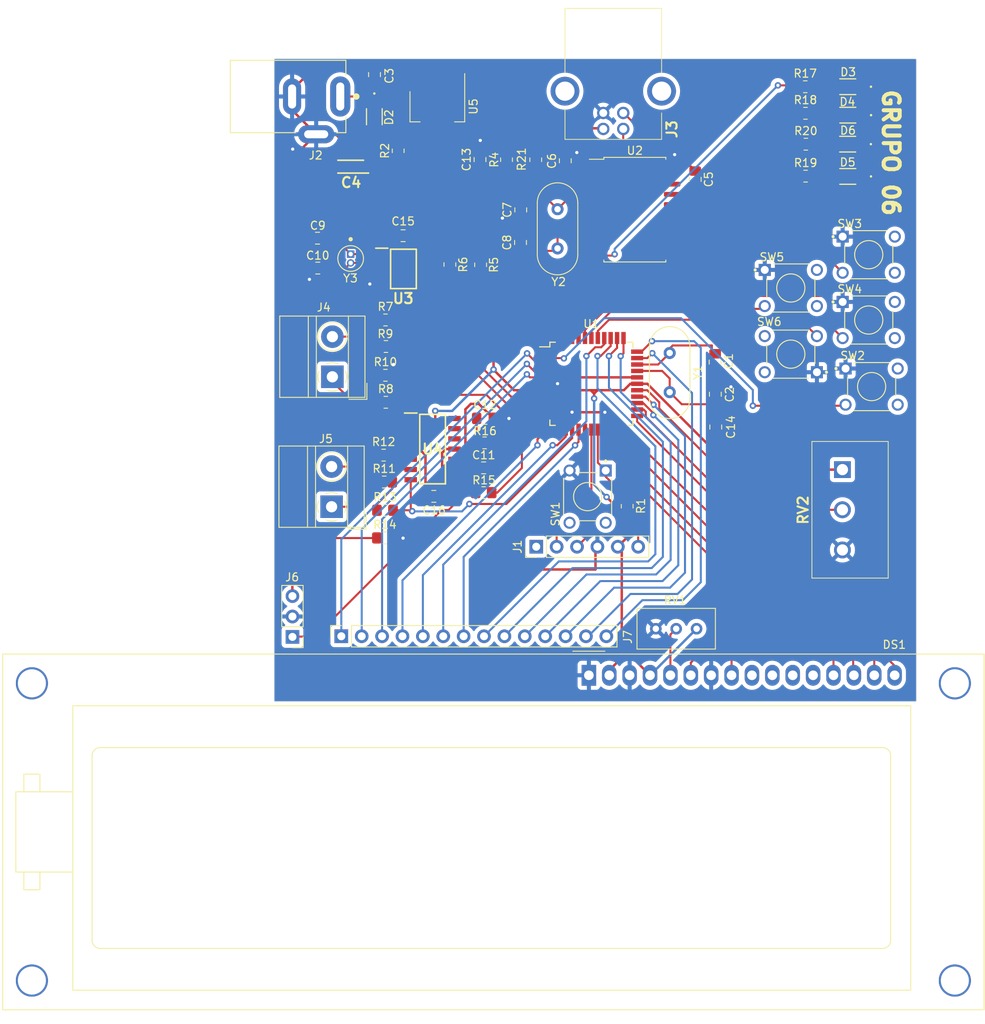
<source format=kicad_pcb>
(kicad_pcb (version 20221018) (generator pcbnew)
  (layers (0 "F.Cu" signal) (31 "B.Cu" signal) (34 "B.Paste" user) (35 "F.Paste" user) (36 "B.SilkS" user "B.Silkscreen") (37 "F.SilkS" user "F.Silkscreen") (38 "B.Mask" user) (39 "F.Mask" user) (44 "Edge.Cuts" user))
  (net 0 "")
  (net 1 "Net-(C1-Pad2)")
  (net 2 "GND")
  (net 3 "Net-(C2-Pad2)")
  (net 4 "Net-(C3-Pad1)")
  (net 5 "+5V")
  (net 6 "Net-(C5-Pad2)")
  (net 7 "Net-(C7-Pad2)")
  (net 8 "Net-(C8-Pad1)")
  (net 9 "Net-(C9-Pad2)")
  (net 10 "Net-(C10-Pad1)")
  (net 11 "Net-(C11-Pad2)")
  (net 12 "/Periféricos/Saída_analog")
  (net 13 "Net-(C12-Pad1)")
  (net 14 "Net-(C13-Pad1)")
  (net 15 "Net-(D2-Pad2)")
  (net 16 "Net-(D3-Pad2)")
  (net 17 "Net-(D4-Pad2)")
  (net 18 "Net-(D5-Pad2)")
  (net 19 "Net-(D6-Pad2)")
  (net 20 "Net-(DS1-Pad5)")
  (net 21 "/RS")
  (net 22 "/EN")
  (net 23 "Net-(DS1-Pad9)")
  (net 24 "Net-(DS1-Pad10)")
  (net 25 "Net-(DS1-Pad11)")
  (net 26 "Net-(DS1-Pad12)")
  (net 27 "/DB4")
  (net 28 "/DB5")
  (net 29 "/DB6")
  (net 30 "/DB7")
  (net 31 "Net-(J1-Pad1)")
  (net 32 "PGC")
  (net 33 "PGD")
  (net 34 "VPP")
  (net 35 "/Comunicação serial /VBUS")
  (net 36 "Net-(J3-Pad2)")
  (net 37 "Net-(J3-Pad3)")
  (net 38 "Net-(J4-Pad2)")
  (net 39 "Net-(J4-Pad1)")
  (net 40 "Net-(J5-Pad1)")
  (net 41 "Net-(J5-Pad2)")
  (net 42 "RB5")
  (net 43 "RC0")
  (net 44 "RC2")
  (net 45 "RD7")
  (net 46 "RD6")
  (net 47 "RD5")
  (net 48 "RE1")
  (net 49 "RE0")
  (net 50 "VUSB")
  (net 51 "ICCK")
  (net 52 "ICDT")
  (net 53 "ICPORTS")
  (net 54 "ICRST")
  (net 55 "/SDA")
  (net 56 "/SCL")
  (net 57 "Net-(R7-Pad2)")
  (net 58 "Net-(R10-Pad1)")
  (net 59 "/DIFERENCIAL1")
  (net 60 "Net-(R11-Pad2)")
  (net 61 "Net-(R12-Pad2)")
  (net 62 "/DIFERENCIAL2")
  (net 63 "/PWM")
  (net 64 "/TX")
  (net 65 "/RX")
  (net 66 "/RC4")
  (net 67 "/RC5")
  (net 68 "Net-(R21-Pad2)")
  (net 69 "/TRIMPOT")
  (net 70 "/CHAVE5")
  (net 71 "/CHAVE4")
  (net 72 "/CHAVE3")
  (net 73 "/CHAVE2")
  (net 74 "/CHAVE1")
  (net 75 "Net-(U2-Pad5)")
  (net 76 "Net-(U2-Pad6)")
  (net 77 "Net-(U2-Pad7)")
  (net 78 "Net-(U2-Pad8)")
  (net 79 "Net-(U2-Pad9)")
  (net 80 "Net-(U2-Pad11)")
  (net 81 "Net-(U2-Pad13)")
  (net 82 "Net-(U2-Pad14)")
  (net 83 "Net-(U2-Pad15)")
  (net 84 "Net-(U2-Pad16)")
  (net 85 "Net-(U3-Pad7)")
  (net 86 "Net-(SW2-Pad2)")
  (net 87 "Net-(SW2-Pad4)")
  (net 88 "Net-(SW3-Pad4)")
  (net 89 "Net-(SW3-Pad2)")
  (net 90 "Net-(SW4-Pad4)")
  (net 91 "Net-(SW4-Pad2)")
  (net 92 "Net-(SW5-Pad4)")
  (net 93 "Net-(SW5-Pad2)")
  (net 94 "Net-(SW6-Pad2)")
  (net 95 "Net-(SW6-Pad4)")
  (net 96 "Net-(SW1-Pad2)")
  (net 97 "Net-(SW1-Pad4)")
  (net 98 "RC1")
  (net 99 "Net-(J3-PadMH2)")
  (net 100 "Net-(J3-PadMH1)")
  (footprint "Capacitor_SMD:C_0805_2012Metric_Pad1.18x1.45mm_HandSolder" (layer "F.Cu") (at 160.98012 85.38718 90)
    (fp_text reference "C1")
    (fp_text value "15pF")
  )
  (footprint "Capacitor_SMD:C_0805_2012Metric_Pad1.18x1.45mm_HandSolder" (layer "F.Cu") (at 161.0106 89.38514 -90)
    (fp_text reference "C2")
    (fp_text value "15pF")
  )
  (footprint "Capacitor_SMD:C_0805_2012Metric_Pad1.18x1.45mm_HandSolder" (layer "F.Cu") (at 118.5418 49.59976 90)
    (fp_text reference "C3")
    (fp_text value "100nF")
  )
  (footprint "SamacSys_Parts:CAPPM3216X180N" (layer "F.Cu") (at 115.57634 61.05906 180)
    (fp_text reference "C4")
    (fp_text value "10uF" hide)
  )
  (footprint "Capacitor_SMD:C_0805_2012Metric_Pad1.18x1.45mm_HandSolder" (layer "F.Cu") (at 158.50108 62.6403 -90)
    (fp_text reference "C5")
    (fp_text value "220nF")
  )
  (footprint "Capacitor_SMD:C_0805_2012Metric_Pad1.18x1.45mm_HandSolder" (layer "F.Cu") (at 142.31366 60.325 -90)
    (fp_text reference "C6")
    (fp_text value "100nF")
  )
  (footprint "Capacitor_SMD:C_0805_2012Metric_Pad1.18x1.45mm_HandSolder" (layer "F.Cu") (at 136.7663 66.44132 90)
    (fp_text reference "C7")
    (fp_text value "22pF")
  )
  (footprint "Capacitor_SMD:C_0805_2012Metric_Pad1.18x1.45mm_HandSolder" (layer "F.Cu") (at 136.73582 70.50024 90)
    (fp_text reference "C8")
    (fp_text value "22pF")
  )
  (footprint "Capacitor_SMD:C_0805_2012Metric_Pad1.18x1.45mm_HandSolder" (layer "F.Cu") (at 111.43996 69.95922)
    (fp_text reference "C9")
    (fp_text value "10pF")
  )
  (footprint "Capacitor_SMD:C_0805_2012Metric_Pad1.18x1.45mm_HandSolder" (layer "F.Cu") (at 111.47552 73.68286 180)
    (fp_text reference "C10")
    (fp_text value "10pF")
  )
  (footprint "Capacitor_SMD:C_0805_2012Metric_Pad1.18x1.45mm_HandSolder" (layer "F.Cu") (at 132.1435 98.552)
    (fp_text reference "C11")
    (fp_text value "C")
  )
  (footprint "Capacitor_SMD:C_0805_2012Metric_Pad1.18x1.45mm_HandSolder" (layer "F.Cu") (at 132.3086 92.3925)
    (fp_text reference "C12")
    (fp_text value "C")
  )
  (footprint "Capacitor_SMD:C_0805_2012Metric_Pad1.18x1.45mm_HandSolder" (layer "F.Cu") (at 131.68884 60.17768 90)
    (fp_text reference "C13")
    (fp_text value "100nF")
  )
  (footprint "LED:LTST-C150GKT" (layer "F.Cu") (at 118.52148 54.84114 -90)
    (fp_text reference "D2")
    (fp_text value "LED" hide)
  )
  (footprint "LED:LTST-C150GKT" (layer "F.Cu") (at 177.51298 51.10734 180)
    (fp_text reference "D3")
    (fp_text value "LED" hide)
  )
  (footprint "LED:LTST-C150GKT" (layer "F.Cu") (at 177.5206 54.6481 180)
    (fp_text reference "D4")
    (fp_text value "LED" hide)
  )
  (footprint "LED:LTST-C150GKT" (layer "F.Cu") (at 177.51298 62.27318 180)
    (fp_text reference "D5")
    (fp_text value "LED" hide)
  )
  (footprint "LED:LTST-C150GKT" (layer "F.Cu") (at 177.50028 58.25744 180)
    (fp_text reference "D6")
    (fp_text value "LED" hide)
  )
  (footprint "Display:HY1602E" (layer "F.Cu") (at 145.25244 124.3711)
    (fp_text reference "DS1")
    (fp_text value "HY1602E")
  )
  (footprint "Connector_PinHeader_2.54mm:PinHeader_1x06_P2.54mm_Vertical" (layer "F.Cu") (at 138.6967 108.3691 90)
    (fp_text reference "J1")
    (fp_text value "ICSP")
  )
  (footprint "PJ-002A:CUI_PJ-002A" (layer "F.Cu") (at 114.2746 52.324 180)
    (fp_text reference "J2")
    (fp_text value "PJ-002A")
  )
  (footprint "Connector_PinHeader_2.54mm:PinHeader_1x03_P2.54mm_Vertical" (layer "F.Cu") (at 108.3183 119.5959 180)
    (fp_text reference "J6")
    (fp_text value "Conn_01x03_Male")
  )
  (footprint "Connector_PinSocket_2.54mm:PinSocket_1x14_P2.54mm_Vertical" (layer "F.Cu") (at 114.40668 119.51462 90)
    (fp_text reference "J7")
    (fp_text value "Conn_01x14_Female")
  )
  (footprint "Resistor_SMD:R_0805_2012Metric_Pad1.20x1.40mm_HandSolder" (layer "F.Cu") (at 150.0251 103.3272 90)
    (fp_text reference "R1")
    (fp_text value "10k")
  )
  (footprint "Resistor_SMD:R_0805_2012Metric_Pad1.20x1.40mm_HandSolder" (layer "F.Cu") (at 121.49074 59.08548 90)
    (fp_text reference "R2")
    (fp_text value "330")
  )
  (footprint "Resistor_SMD:R_0805_2012Metric_Pad1.20x1.40mm_HandSolder" (layer "F.Cu") (at 134.99046 60.19636 -90)
    (fp_text reference "R4")
    (fp_text value "10k")
  )
  (footprint "Resistor_SMD:R_0805_2012Metric_Pad1.20x1.40mm_HandSolder" (layer "F.Cu") (at 131.76504 73.27392 -90)
    (fp_text reference "R5")
    (fp_text value "10k")
  )
  (footprint "Resistor_SMD:R_0805_2012Metric_Pad1.20x1.40mm_HandSolder" (layer "F.Cu") (at 127.93472 73.24014 -90)
    (fp_text reference "R6")
    (fp_text value "10k")
  )
  (footprint "Resistor_SMD:R_0805_2012Metric_Pad1.20x1.40mm_HandSolder" (layer "F.Cu") (at 119.91086 80.14208)
    (fp_text reference "R7")
    (fp_text value "330")
  )
  (footprint "Resistor_SMD:R_0805_2012Metric_Pad1.20x1.40mm_HandSolder" (layer "F.Cu") (at 119.94896 90.38844)
    (fp_text reference "R8")
    (fp_text value "330")
  )
  (footprint "Resistor_SMD:R_0805_2012Metric_Pad1.20x1.40mm_HandSolder" (layer "F.Cu") (at 119.9642 83.44662)
    (fp_text reference "R9")
    (fp_text value "1k")
  )
  (footprint "Resistor_SMD:R_0805_2012Metric_Pad1.20x1.40mm_HandSolder" (layer "F.Cu") (at 119.90324 87.02802)
    (fp_text reference "R10")
    (fp_text value "1k")
  )
  (footprint "Resistor_SMD:R_0805_2012Metric_Pad1.20x1.40mm_HandSolder" (layer "F.Cu") (at 119.75084 100.31222)
    (fp_text reference "R11")
    (fp_text value "330")
  )
  (footprint "Resistor_SMD:R_0805_2012Metric_Pad1.20x1.40mm_HandSolder" (layer "F.Cu") (at 119.68226 96.96704)
    (fp_text reference "R12")
    (fp_text value "330")
  )
  (footprint "Resistor_SMD:R_0805_2012Metric_Pad1.20x1.40mm_HandSolder" (layer "F.Cu") (at 119.84736 103.83012)
    (fp_text reference "R13")
    (fp_text value "1k")
  )
  (footprint "Resistor_SMD:R_0805_2012Metric_Pad1.20x1.40mm_HandSolder" (layer "F.Cu") (at 119.83466 107.27436)
    (fp_text reference "R14")
    (fp_text value "1k")
  )
  (footprint "Resistor_SMD:R_0805_2012Metric_Pad1.20x1.40mm_HandSolder" (layer "F.Cu") (at 132.1435 101.6381 180)
    (fp_text reference "R15")
    (fp_text value "R")
  )
  (footprint "Resistor_SMD:R_0805_2012Metric_Pad1.20x1.40mm_HandSolder" (layer "F.Cu") (at 132.2578 95.4405 180)
    (fp_text reference "R16")
    (fp_text value "R")
  )
  (footprint "Resistor_SMD:R_0805_2012Metric_Pad1.20x1.40mm_HandSolder" (layer "F.Cu") (at 172.21454 51.11242)
    (fp_text reference "R17")
    (fp_text value "330")
  )
  (footprint "Resistor_SMD:R_0805_2012Metric_Pad1.20x1.40mm_HandSolder" (layer "F.Cu") (at 172.23994 54.41442)
    (fp_text reference "R18")
    (fp_text value "330")
  )
  (footprint "Resistor_SMD:R_0805_2012Metric_Pad1.20x1.40mm_HandSolder" (layer "F.Cu") (at 172.26026 62.24016)
    (fp_text reference "R19")
    (fp_text value "330")
  )
  (footprint "Resistor_SMD:R_0805_2012Metric_Pad1.20x1.40mm_HandSolder" (layer "F.Cu") (at 172.2882 58.26252)
    (fp_text reference "R20")
    (fp_text value "330")
  )
  (footprint "Resistor_SMD:R_0805_2012Metric_Pad1.20x1.40mm_HandSolder" (layer "F.Cu") (at 138.6332 60.198 -90)
    (fp_text reference "R21")
    (fp_text value "470")
  )
  (footprint "Potentiometer_THT:Potentiometer_Bourns_3296W_Vertical" (layer "F.Cu") (at 153.5938 118.5799 180)
    (fp_text reference "RV1")
    (fp_text value "10k")
  )
  (footprint "SamacSys_Parts:P160KN0QC15B100K" (layer "F.Cu") (at 176.8472 98.77044 -90)
    (fp_text reference "RV2")
    (fp_text value "R_POT" hide)
  )
  (footprint "Chave Táctil:SW_1825910-6-4" (layer "F.Cu") (at 145.0975 102.1334 -90)
    (fp_text reference "SW1")
    (fp_text value "1825910-6")
  )
  (footprint "Chave Táctil:SW_1825910-6-4" (layer "F.Cu") (at 180.48478 88.43772)
    (fp_text reference "SW2")
    (fp_text value "1825910-6")
  )
  (footprint "Chave Táctil:SW_1825910-6-4" (layer "F.Cu") (at 180.1241 72.01662)
    (fp_text reference "SW3")
    (fp_text value "1825910-6")
  )
  (footprint "Chave Táctil:SW_1825910-6-4" (layer "F.Cu") (at 180.1241 80.14716)
    (fp_text reference "SW4")
    (fp_text value "1825910-6")
  )
  (footprint "Chave Táctil:SW_1825910-6-4" (layer "F.Cu") (at 170.41622 76.1619)
    (fp_text reference "SW5")
    (fp_text value "1825910-6")
  )
  (footprint "Chave Táctil:SW_1825910-6-4" (layer "F.Cu") (at 170.41622 84.39658 180)
    (fp_text reference "SW6")
    (fp_text value "1825910-6")
  )
  (footprint "Package_QFP:TQFP-44_10x10mm_P0.8mm" (layer "F.Cu") (at 145.5674 88.0872)
    (fp_text reference "U1")
    (fp_text value "PIC18F4550-IPT")
  )
  (footprint "Package_SO:SOIC-20W_7.5x12.8mm_P1.27mm" (layer "F.Cu") (at 150.98014 66.41084)
    (fp_text reference "U2")
    (fp_text value "MCP2200-I-SO")
  )
  (footprint "SamacSys_Parts:SOIC127P600X175-14N" (layer "F.Cu") (at 125.7808 96.2152)
    (fp_text reference "U4")
    (fp_text value "LM324" hide)
  )
  (footprint "Package_TO_SOT_SMD:SOT-223-3_TabPin2" (layer "F.Cu") (at 126.37262 53.57368 -90)
    (fp_text reference "U5")
    (fp_text value "LD1117S50TR_SOT223")
  )
  (footprint "Crystal:Crystal_HC49-4H_Vertical" (layer "F.Cu") (at 155.321 84.2518 -90)
    (fp_text reference "Y1")
    (fp_text value "20MHz")
  )
  (footprint "Crystal:Crystal_HC49-4H_Vertical" (layer "F.Cu") (at 141.34846 66.35496 -90)
    (fp_text reference "Y2")
    (fp_text value "12MHz")
  )
  (footprint "SamacSys_Parts:XTAL_AB38T-32.768KHZ" (layer "F.Cu") (at 115.57 72.4916 -90)
    (fp_text reference "Y3")
    (fp_text value "32.768kHz")
  )
  (footprint "SamacSys_Parts:SOIC127P600X175-8N" (layer "F.Cu") (at 122.1486 73.787)
    (fp_text reference "U3")
    (fp_text value "MCP7940N-xSN" hide)
  )
  (footprint "SamacSys_Parts:8974300490000000" (layer "F.Cu") (at 147.0533 56.3626 180)
    (fp_text reference "J3")
    (fp_text value "USB" hide)
  )
  (footprint "Capacitor_SMD:C_0805_2012Metric_Pad1.18x1.45mm_HandSolder" (layer "F.Cu") (at 161.06394 93.46692 90)
    (fp_text reference "C14")
    (fp_text value "100nF")
  )
  (footprint "Capacitor_SMD:C_0805_2012Metric_Pad1.18x1.45mm_HandSolder" (layer "F.Cu") (at 122.10542 69.65442 180)
    (fp_text reference "C15")
    (fp_text value "100nF")
  )
  (footprint "Capacitor_SMD:C_0805_2012Metric_Pad1.18x1.45mm_HandSolder" (layer "F.Cu") (at 125.9332 102.10038)
    (fp_text reference "C16")
    (fp_text value "100nF")
  )
  (footprint "TerminalBlock_MetzConnect:TerminalBlock_MetzConnect_Type011_RT05502HBWC_1x02_P5.00mm_Horizontal" (layer "F.Cu") (at 113.29162 87.21852 90)
    (fp_text reference "J4")
    (fp_text value "Screw_Terminal_01x02")
  )
  (footprint "TerminalBlock_MetzConnect:TerminalBlock_MetzConnect_Type011_RT05502HBWC_1x02_P5.00mm_Horizontal" (layer "F.Cu") (at 113.1951 103.39324 90)
    (fp_text reference "J5")
    (fp_text value "Screw_Terminal_01x02")
  )
  (gr_line (start 186.055 47.625) (end 106.045 47.625) (stroke (width 0.05)) (layer "Edge.Cuts"))
  (gr_line (start 106.045 47.625) (end 106.045 127.635) (stroke (width 0.05)) (layer "Edge.Cuts"))
  (gr_line (start 186.055 127.635) (end 186.055 47.625) (stroke (width 0.05)) (layer "Edge.Cuts"))
  (gr_line (start 106.045 127.635) (end 186.055 127.635) (stroke (width 0.05)) (layer "Edge.Cuts"))
  (gr_text "GRUPO 06" (at 182.88 59.3217 -90) (layer "F.SilkS") (effects (font (size 2 2) (thickness 0.5))))
  (segment (start 153.8856 85.6872) (end 155.321 84.2518) (width 0.25) (layer "F.Cu") (net 1))
  (segment (start 155.321 84.2518) (end 155.321 83.693) (width 0.25) (layer "F.Cu") (net 1))
  (segment (start 160.5788 83.3159) (end 160.5788 83.94836) (width 0.25) (layer "F.Cu") (net 1))
  (segment (start 155.321 83.693) (end 155.6981 83.3159) (width 0.25) (layer "F.Cu") (net 1))
  (segment (start 151.2674 85.6872) (end 153.8856 85.6872) (width 0.25) (layer "F.Cu") (net 1))
  (segment (start 160.5788 83.94836) (end 160.98012 84.34968) (width 0.25) (layer "F.Cu") (net 1))
  (segment (start 155.6981 83.3159) (end 160.5788 83.3159) (width 0.25) (layer "F.Cu") (net 1))
  (segment (start 136.4488 105.3973) (end 136.4488 105.2821) (width 0.3) (layer "F.Cu") (net 2))
  (segment (start 143.1671 91.6305) (end 143.1544 91.6178) (width 0.3) (layer "F.Cu") (net 2))
  (segment (start 121.06792 73.51386) (end 121.06792 69.65442) (width 0.3) (layer "F.Cu") (net 2))
  (segment (start 136.73582 67.5093) (end 136.7663 67.47882) (width 0.3) (layer "F.Cu") (net 2))
  (segment (start 161.0106 88.34764) (end 161.0106 86.45516) (width 0.3) (layer "F.Cu") (net 2))
  (segment (start 155.63014 60.69584) (end 155.63014 59.86986) (width 0.3) (layer "F.Cu") (net 2))
  (segment (start 176.8741 66.6738) (end 179.03418 64.51372) (width 0.3) (layer "F.Cu") (net 2))
  (segment (start 136.4361 105.41) (end 136.4488 105.3973) (width 0.3) (layer "F.Cu") (net 2))
  (segment (start 179.02148 54.66842) (end 179.0418 54.6481) (width 0.3) (layer "F.Cu") (net 2))
  (segment (start 179.03418 58.27014) (end 179.02148 58.25744) (width 0.3) (layer "F.Cu") (net 2))
  (segment (start 145.25244 124.3711) (end 145.25244 124.30506) (width 0.3) (layer "F.Cu") (net 2))
  (segment (start 120.90324 87.02802) (end 120.90324 85.68676) (width 0.3) (layer "F.Cu") (net 2))
  (segment (start 120.90324 86.9028) (end 120.800435 86.9028) (width 0.3) (layer "F.Cu") (net 2))
  (segment (start 147.2438 91.6305) (end 143.1671 91.6305) (width 0.3) (layer "F.Cu") (net 2))
  (segment (start 139.8674 88.0872) (end 141.3328 88.0872) (width 0.3) (layer "F.Cu") (net 2))
  (segment (start 146.0754 108.6104) (end 146.3167 108.3691) (width 0.3) (layer "F.Cu") (net 2))
  (segment (start 146.0754 111.2029) (end 146.0754 108.6104) (width 0.3) (layer "F.Cu") (net 2))
  (segment (start 176.8741 69.76662) (end 176.90128 69.76662) (width 0.3) (layer "F.Cu") (net 2))
  (segment (start 179.03418 62.27318) (end 179.03418 58.27014) (width 0.3) (layer "F.Cu") (net 2))
  (segment (start 142.1328 87.2872) (end 141.35 88.07) (width 0.3) (layer "F.Cu") (net 2))
  (segment (start 120.83466 107.27436) (end 122.07436 107.27436) (width 0.3) (layer "F.Cu") (net 2))
  (segment (start 110.40246 69.95922) (end 110.40246 73.6473) (width 0.3) (layer "F.Cu") (net 2))
  (segment (start 127.4308 96.2152) (end 128.5058 96.2152) (width 0.3) (layer "F.Cu") (net 2))
  (segment (start 136.4488 105.2821) (end 142.8475 98.8834) (width 0.3) (layer "F.Cu") (net 2))
  (segment (start 126.9707 102.10038) (end 126.9707 96.6753) (width 0.3) (layer "F.Cu") (net 2))
  (segment (start 146.0754 111.2029) (end 137.7205 111.2029) (width 0.3) (layer "F.Cu") (net 2))
  (segment (start 161.0106 86.45516) (end 160.98012 86.42468) (width 0.3) (layer "F.Cu") (net 2))
  (segment (start 177.23478 86.18772) (end 177.23478 86.15306) (width 0.3) (layer "F.Cu") (net 2))
  (segment (start 119.4486 75.692) (end 119.4486 74.422) (width 0.3) (layer "F.Cu") (net 2))
  (segment (start 129.8702 91.2622) (end 130.5433 90.5891) (width 0.3) (layer "F.Cu") (net 2))
  (segment (start 128.5058 96.2152) (end 129.5808 96.2152) (width 0.3) (layer "F.Cu") (net 2))
  (segment (start 114.22634 57.5437) (end 114.29772 57.5437) (width 0.3) (layer "F.Cu") (net 2))
  (segment (start 119.4266 75.67) (end 119.4486 75.692) (width 0.3) (layer "F.Cu") (net 2))
  (segment (start 119.4486 74.422) (end 120.15978 74.422) (width 0.3) (layer "F.Cu") (net 2))
  (segment (start 179.03418 51.10734) (end 179.03418 54.64048) (width 0.3) (layer "F.Cu") (net 2))
  (segment (start 176.77592 86.64658) (end 177.23478 86.18772) (width 0.3) (layer "F.Cu") (net 2))
  (segment (start 145.25244 124.3711) (end 145.34388 124.3711) (width 0.3) (layer "F.Cu") (net 2))
  (segment (start 135.2804 92.3925) (end 135.2931 92.4052) (width 0.3) (layer "F.Cu") (net 2))
  (segment (start 126.8112 48.56226) (end 128.67262 50.42368) (width 0.3) (layer "F.Cu") (net 2))
  (segment (start 151.2674 87.2872) (end 142.1328 87.2872) (width 0.3) (layer "F.Cu") (net 2))
  (segment (start 126.9707 96.6753) (end 127.4308 96.2152) (width 0.3) (layer "F.Cu") (net 2))
  (segment (start 108.2746 51.5041) (end 111.21644 48.56226) (width 0.3) (layer "F.Cu") (net 2))
  (segment (start 155.63014 59.86986) (end 155.94 59.56) (width 0.3) (layer "F.Cu") (net 2))
  (segment (start 162.83314 88.34764) (end 162.9537 88.4682) (width 0.3) (layer "F.Cu") (net 2))
  (segment (start 161.0106 88.34764) (end 162.83314 88.34764) (width 0.3) (layer "F.Cu") (net 2))
  (segment (start 110.43802 73.68286) (end 110.43802 75.08198) (width 0.3) (layer "F.Cu") (net 2))
  (segment (start 129.8702 95.9258) (end 129.8702 91.2622) (width 0.3) (layer "F.Cu") (net 2))
  (segment (start 136.74988 67.4624) (end 136.7663 67.47882) (width 0.3) (layer "F.Cu") (net 2))
  (segment (start 108.2746 54.024) (end 111.2746 57.024) (width 0.3) (layer "F.Cu") (net 2))
  (segment (start 122.07436 107.27436) (end 122.1 107.3) (width 0.3) (layer "F.Cu") (net 2))
  (segment (start 131.5427 90.5891) (end 133.3461 92.3925) (width 0.3) (layer "F.Cu") (net 2))
  (segment (start 129.5808 96.2152) (end 129.8702 95.9258) (width 0.3) (layer "F.Cu") (net 2))
  (segment (start 114.29772 57.5437) (end 118.52148 53.31994) (width 0.3) (layer "F.Cu") (net 2))
  (segment (start 110.40246 73.6473) (end 110.43802 73.68286) (width 0.3) (layer "F.Cu") (net 2))
  (segment (start 179.02148 58.25744) (end 179.02148 54.66842) (width 0.3) (layer "F.Cu") (net 2))
  (segment (start 162.9537 91.25458) (end 162.9537 88.4682) (width 0.3) (layer "F.Cu") (net 2))
  (segment (start 131.68884 57.82116) (end 131.72 57.79) (width 0.3) (layer "F.Cu") (net 2))
  (segment (start 110.43802 75.08198) (end 110.43 75.09) (width 0.3) (layer "F.Cu") (net 2))
  (segment (start 145.25244 124.3711) (end 145.25244 123.4567) (width 0.3) (layer "F.Cu") (net 2))
  (segment (start 120.15978 74.422) (end 121.06792 73.51386) (width 0.3) (layer "F.Cu") (net 2))
  (segment (start 176.8741 69.76662) (end 176.8741 66.6738) (width 0.3) (layer "F.Cu") (net 2))
  (segment (start 130.5433 90.5891) (end 131.5427 90.5891) (width 0.3) (layer "F.Cu") (net 2))
  (segment (start 158.50108 61.6028) (end 157.59412 60.69584) (width 0.3) (layer "F.Cu") (net 2))
  (segment (start 109.42394 58.87466) (end 111.2746 57.024) (width 0.3) (layer "F.Cu") (net 2))
  (segment (start 114.22634 61.05906) (end 114.22634 57.68366) (width 0.3) (layer "F.Cu") (net 2))
  (segment (start 161.77886 92.42942) (end 162.9537 91.25458) (width 0.3) (layer "F.Cu") (net 2))
  (segment (start 137.7205 111.2029) (end 136.4488 109.9312) (width 0.3) (layer "F.Cu") (net 2))
  (segment (start 179.03418 64.51372) (end 179.03418 62.27318) (width 0.3) (layer "F.Cu") (net 2))
  (segment (start 131.68884 59.14018) (end 131.68884 57.82116) (width 0.3) (layer "F.Cu") (net 2))
  (segment (start 160.69564 87.9944) (end 160.77184 87.9182) (width 0.3) (layer "F.Cu") (net 2))
  (segment (start 173.1158 87.26304) (end 173.1158 87.2469) (width 0.25) (layer "F.Cu") (net 2))
  (segment (start 117.96 75.67) (end 119.4266 75.67) (width 0.3) (layer "F.Cu") (net 2))
  (segment (start 114.22634 57.5437) (end 114.22634 57.68366) (width 0.3) (layer "F.Cu") (net 2))
  (segment (start 157.59412 60.69584) (end 155.63014 60.69584) (width 0.3) (layer "F.Cu") (net 2))
  (segment (start 141.3328 88.0872) (end 141.35 88.07) (width 0.3) (layer "F.Cu") (net 2))
  (segment (start 118.5418 48.56226) (end 126.8112 48.56226) (width 0.3) (layer "F.Cu") (net 2))
  (segment (start 108.34878 58.87466) (end 109.42394 58.87466) (width 0.3) (layer "F.Cu") (net 2))
  (segment (start 153.543 118.5291) (end 153.5938 118.5799) (width 0.3) (layer "F.Cu") (net 2))
  (segment (start 134.4803 67.4624) (end 136.74988 67.4624) (width 0.3) (layer "F.Cu") (net 2))
  (segment (start 120.90324 85.68676) (end 120.91 85.68) (width 0.3) (layer "F.Cu") (net 2))
  (segment (start 111.2746 57.024) (end 113.70664 57.024) (width 0.3) (layer "F.Cu") (net 2))
  (segment (start 108.2746 52.324) (end 108.2746 51.5041) (width 0.3) (layer "F.Cu") (net 2))
  (segment (start 142.31366 59.2875) (end 143.7375 59.2875) (width 0.3) (layer "F.Cu") (net 2))
  (segment (start 120.90324 87.02802) (end 120.90324 86.9028) (width 0.3) (layer "F.Cu") (net 2))
  (segment (start 111.21644 48.56226) (end 118.5418 48.56226) (width 0.3) (layer "F.Cu") (net 2))
  (segment (start 143.7375 59.2875) (end 143.75 59.3) (width 0.3) (layer "F.Cu") (net 2))
  (segment (start 133.3461 92.3925) (end 135.2804 92.3925) (width 0.3) (layer "F.Cu") (net 2))
  (segment (start 161.06394 92.42942) (end 161.77886 92.42942) (width 0.3) (layer "F.Cu") (net 2))
  (segment (start 136.73582 69.46274) (end 136.73582 67.5093) (width 0.3) (layer "F.Cu") (net 2))
  (segment (start 108.2746 52.324) (end 108.2746 54.024) (width 0.3) (layer "F.Cu") (net 2))
  (segment (start 136.4488 109.9312) (end 136.4488 105.3973) (width 0.3) (layer "F.Cu") (net 2))
  (segment (start 113.70664 57.024) (end 114.22634 57.5437) (width 0.3) (layer "F.Cu") (net 2))
  (segment (start 179.03418 54.64048) (end 179.0418 54.6481) (width 0.3) (layer "F.Cu") (net 2))
  (via (at 162.9537 88.4682) (size 0.8) (drill 0.4) (layers "F.Cu" "B.Cu") (net 2))
  (via (at 147.2438 91.6305) (size 0.8) (drill 0.4) (layers "F.Cu" "B.Cu") (net 2))
  (via (at 141.35 88.07) (size 0.8) (drill 0.4) (layers "F.Cu" "B.Cu") (net 2))
  (via (at 143.1544 91.6178) (size 0.8) (drill 0.4) (layers "F.Cu" "B.Cu") (net 2))
  (via (at 110.43 75.09) (size 0.8) (drill 0.4) (layers "F.Cu" "B.Cu") (net 2))
  (via (at 120.91 85.68) (size 0.8) (drill 0.4) (layers "F.Cu" "B.Cu") (net 2))
  (via (at 143.75 59.3) (size 0.8) (drill 0.4) (layers "F.Cu" "B.Cu") (net 2))
  (via (at 155.94 59.56) (size 0.8) (drill 0.4) (layers "F.Cu" "B.Cu") (net 2))
  (via (at 122.1 107.3) (size 0.8) (drill 0.4) (layers "F.Cu" "B.Cu") (net 2))
  (via (at 131.72 57.79) (size 0.8) (drill 0.4) (layers "F.Cu" "B.Cu") (net 2))
  (via (at 108.34878 58.87466) (size 0.8) (drill 0.4) (layers "F.Cu" "B.Cu") (net 2))
  (via (at 135.2931 92.4052) (size 0.8) (drill 0.4) (layers "F.Cu" "B.Cu") (net 2))
  (via (at 134.4803 67.4624) (size 0.8) (drill 0.4) (layers "F.Cu" "B.Cu") (net 2))
  (via (at 117.96 75.67) (size 0.8) (drill 0.4) (layers "F.Cu" "B.Cu") (net 2))
  (segment (start 155.65595 89.46675) (end 156.82148 90.63228) (width 0.25) (layer "F.Cu") (net 3))
  (segment (start 154.3814 86.4872) (end 155.321 87.4268) (width 0.25) (layer "F.Cu") (net 3))
  (segment (start 160.80096 90.63228) (end 161.0106 90.42264) (width 0.25) (layer "F.Cu") (net 3))
  (segment (start 155.321 87.4268) (end 155.321 89.1318) (width 0.25) (layer "F.Cu") (net 3))
  (segment (start 156.82148 90.63228) (end 160.80096 90.63228) (width 0.25) (layer "F.Cu") (net 3))
  (segment (start 151.2674 86.4872) (end 154.3814 86.4872) (width 0.25) (layer "F.Cu") (net 3))
  (segment (start 155.321 89.1318) (end 155.65595 89.46675) (width 0.25) (layer "F.Cu") (net 3))
  (segment (start 118.5418 50.63726) (end 123.85904 50.63726) (width 0.25) (layer "F.Cu") (net 4))
  (segment (start 118.5418 50.63726) (end 119.19694 50.63726) (width 0.3) (layer "F.Cu") (net 4))
  (segment (start 118.52148 50.65758) (end 118.5418 50.63726) (width 0.3) (layer "F.Cu") (net 4))
  (segment (start 114.2746 52.324) (end 116.85506 52.324) (width 0.25) (layer "F.Cu") (net 4))
  (segment (start 123.85904 50.63726) (end 124.07262 50.42368) (width 0.25) (layer "F.Cu") (net 4))
  (segment (start 114.2746 52.324) (end 114.2746 51.3969) (width 0.25) (layer "F.Cu") (net 4))
  (segment (start 114.2746 52.324) (end 114.2746 50.85588) (width 0.25) (layer "F.Cu") (net 4))
  (segment (start 118.5926 50.68806) (end 118.5418 50.63726) (width 0.3) (layer "F.Cu") (net 4))
  (segment (start 116.85506 52.324) (end 118.5418 50.63726) (width 0.25) (layer "F.Cu") (net 4))
  (segment (start 150.412398 88.0872) (end 151.2674 88.0872) (width 0.3) (layer "F.Cu") (net 5))
  (segment (start 147.79244 123.74626) (end 149.3266 122.2121) (width 0.3) (layer "F.Cu") (net 5))
  (segment (start 145.9103 89.916) (end 145.9103 89.3191) (width 0.3) (layer "F.Cu") (net 5))
  (segment (start 147.79244 124.3711) (end 147.79244 123.8885) (width 0.25) (layer "F.Cu") (net 5))
  (segment (start 123.14292 69.65442) (end 123.14292 70.17632) (width 0.3) (layer "F.Cu") (net 5))
  (segment (start 149.479 122.2121) (end 150.71344 122.2121) (width 0.3) (layer "F.Cu") (net 5))
  (segment (start 124.8957 102.10038) (end 124.8957 96.9801) (width 0.3) (layer "F.Cu") (net 5))
  (segment (start 124.8486 71.882) (end 127.57658 71.882) (width 0.3) (layer "F.Cu") (net 5))
  (segment (start 149.612398 88.8872) (end 150.412398 88.0872) (width 0.3) (layer "F.Cu") (net 5))
  (segment (start 149.35 108.8624) (end 148.8567 108.3691) (width 0.3) (layer "F.Cu") (net 5))
  (segment (start 123.14292 70.17632) (end 124.8486 71.882) (width 0.3) (layer "F.Cu") (net 5))
  (segment (start 150.71344 122.2121) (end 152.87244 124.3711) (width 0.3) (layer "F.Cu") (net 5))
  (segment (start 108.3056 96.8248) (end 111.55934 93.57106) (width 0.3) (layer "F.Cu") (net 5))
  (segment (start 123.01082 60.08548) (end 126.37262 56.72368) (width 0.3) (layer "F.Cu") (net 5))
  (segment (start 121.49074 60.08548) (end 122.04816 60.08548) (width 0.3) (layer "F.Cu") (net 5))
  (segment (start 145.4784 88.8872) (end 146.3295 88.8872) (width 0.3) (layer "F.Cu") (net 5))
  (segment (start 152.53716 88.0872) (end 151.2674 88.0872) (width 0.3) (layer "F.Cu") (net 5))
  (segment (start 131.76504 72.27392) (end 133.3754 73.88428) (width 0.3) (layer "F.Cu") (net 5))
  (segment (start 134.74192 63.97498) (end 139.70118 63.97498) (width 0.3) (layer "F.Cu") (net 5))
  (segment (start 121.49074 60.08548) (end 122.16714 60.08548) (width 0.3) (layer "F.Cu") (net 5))
  (segment (start 131.76504 66.95186) (end 134.74192 63.97498) (width 0.3) (layer "F.Cu") (net 5))
  (segment (start 124.8957 96.9801) (end 124.1308 96.2152) (width 0.3) (layer "F.Cu") (net 5))
  (segment (start 145.9103 89.3191) (end 145.9103 89.3064) (width 0.3) (layer "F.Cu") (net 5))
  (segment (start 161.06394 94.50442) (end 161.06394 95.5802) (width 0.3) (layer "F.Cu") (net 5))
  (segment (start 150.1394 107.0864) (end 150.1394 104.4415) (width 0.3) (layer "F.Cu") (net 5))
  (segment (start 139.8674 88.8872) (end 145.4784 88.8872) (width 0.3) (layer "F.Cu") (net 5))
  (segment (start 147.79244 124.3711) (end 147.79244 123.28906) (width 0.3) (layer "F.Cu") (net 5))
  (segment (start 142.31366 61.3625) (end 144.5299 61.3625) (width 0.3) (layer "F.Cu") (net 5))
  (segment (start 149.6027 104.3272) (end 147.4597 102.1842) (width 0.3) (layer "F.Cu") (net 5))
  (segment (start 133.3881 86.34984) (end 135.92546 88.8872) (width 0.3) (layer "F.Cu") (net 5))
  (segment (start 160.54705 96.09709) (end 152.53716 88.0872) (width 0.3) (layer "F.Cu") (net 5))
  (segment (start 145.19656 60.69584) (end 146.33014 60.69584) (width 0.3) (layer "F.Cu") (net 5))
  (segment (start 133.35254 86.34984) (end 133.3881 86.34984) (width 0.3) (layer "F.Cu") (net 5))
  (segment (start 126.37262 56.72368) (end 126.37262 50.42368) (width 0.3) (layer "F.Cu") (net 5))
  (segment (start 139.70118 63.97498) (end 142.31366 61.3625) (width 0.3) (layer "F.Cu") (net 5))
  (segment (start 111.55934 93.57106) (end 119.37746 93.57106) (width 0.3) (layer "F.Cu") (net 5))
  (segment (start 148.6154 108.5215) (end 148.6154 108.0389) (width 0.3) (layer "F.Cu") (net 5))
  (segment (start 122.0216 96.2152) (end 123.0558 96.2152) (width 0.3) (layer "F.Cu") (net 5))
  (segment (start 147.79244 124.3711) (end 147.79244 123.74626) (width 0.3) (layer "F.Cu") (net 5))
  (segment (start 150.0251 104.3272) (end 149.6027 104.3272) (width 0.3) (layer "F.Cu") (net 5))
  (segment (start 147.79244 124.3711) (end 147.79244 123.23826) (width 0.25) (layer "F.Cu") (net 5))
  (segment (start 116.92634 61.05906) (end 120.51716 61.05906) (width 0.3) (layer "F.Cu") (net 5))
  (segment (start 119.37746 93.57106) (end 122.0216 96.2152) (width 0.3) (layer "F.Cu") (net 5))
  (segment (start 127.93472 72.24014) (end 131.73126 72.24014) (width 0.3) (layer "F.Cu") (net 5))
  (segment (start 124.8486 63.44334) (end 121.49074 60.08548) (width 0.3) (layer "F.Cu") (net 5))
  (segment (start 145.9103 89.3191) (end 145.4784 88.8872) (width 0.3) (layer "F.Cu") (net 5))
  (segment (start 149.35 122.1887) (end 149.35 108.8624) (width 0.3) (layer "F.Cu") (net 5))
  (segment (start 161.06394 95.5802) (end 161.06394 96.52508) (width 0.3) (layer "F.Cu") (net 5))
  (segment (start 145.9103 89.3064) (end 146.3295 88.8872) (width 0.3) (layer "F.Cu") (net 5))
  (segment (start 147.79244 124.3711) (end 147.79244 123.31446) (width 0.3) (layer "F.Cu") (net 5))
  (segment (start 149.3266 122.2121) (end 149.35 122.1887) (width 0.3) (layer "F.Cu") (net 5))
  (segment (start 124.8486 71.882) (end 124.8486 63.44334) (width 0.3) (layer "F.Cu") (net 5))
  (segment (start 146.3295 88.8872) (end 149.612398 88.8872) (width 0.3) (layer "F.Cu") (net 5))
  (segment (start 163.2204 98.77044) (end 161.01949 96.56953) (width 0.3) (layer "F.Cu") (net 5))
  (segment (start 131.76504 72.27392) (end 131.76504 66.95186) (width 0.3) (layer "F.Cu") (net 5))
  (segment (start 148.8567 108.3691) (end 150.1394 107.0864) (width 0.3) (layer "F.Cu") (net 5))
  (segment (start 121.49074 60.08548) (end 123.01082 60.08548) (width 0.3) (layer "F.Cu") (net 5))
  (segment (start 144.5299 61.3625) (end 145.19656 60.69584) (width 0.3) (layer "F.Cu") (net 5))
  (segment (start 176.8472 98.77044) (end 163.2204 98.77044) (width 0.3) (layer "F.Cu") (net 5))
  (segment (start 131.73126 72.24014) (end 131.76504 72.27392) (width 0.3) (layer "F.Cu") (net 5))
  (segment (start 126.111 94.235) (end 126.111 91.4654) (width 0.3) (layer "F.Cu") (net 5))
  (segment (start 161.01949 96.56953) (end 160.54705 96.09709) (width 0.3) (layer "F.Cu") (net 5))
  (segment (start 124.1308 96.2152) (end 126.111 94.235) (width 0.3) (layer "F.Cu") (net 5))
  (segment (start 152.87244 124.3711) (end 152.8826 124.3711) (width 0.3) (layer "F.Cu") (net 5))
  (segment (start 150.1394 104.4415) (end 150.0251 104.3272) (width 0.3) (layer "F.Cu") (net 5))
  (segment (start 133.3754 73.88428) (end 133.3754 86.3092) (width 0.3) (layer "F.Cu") (net 5))
  (segment (start 135.92546 88.8872) (end 139.8674 88.8872) (width 0.3) (layer "F.Cu") (net 5))
  (segment (start 149.3266 122.2121) (end 149.479 122.2121) (width 0.3) (layer "F.Cu") (net 5))
  (segment (start 161.06394 96.52508) (end 161.01949 96.56953) (width 0.3) (layer "F.Cu") (net 5))
  (segment (start 123.0558 96.2152) (end 124.1308 96.2152) (width 0.3) (layer "F.Cu") (net 5))
  (segment (start 120.51716 61.05906) (end 121.49074 60.08548) (width 0.3) (layer "F.Cu") (net 5))
  (segment (start 108.3056 114.4778) (end 108.3056 96.8248) (width 0.3) (layer "F.Cu") (net 5))
  (segment (start 127.57658 71.882) (end 127.93472 72.24014) (width 0.3) (layer "F.Cu") (net 5))
  (via (at 147.4597 102.1842) (size 0.8) (drill 0.4) (layers "F.Cu" "B.Cu") (net 5))
  (via (at 145.9103 89.916) (size 0.8) (drill 0.4) (layers "F.Cu" "B.Cu") (net 5))
  (via (at 126.111 91.4654) (size 0.8) (drill 0.4) (layers "F.Cu" "B.Cu") (net 5))
  (via (at 133.3754 86.3092) (size 0.8) (drill 0.4) (layers "F.Cu" "B.Cu") (net 5))
  (segment (start 152.8826 124.3711) (end 158.6738 118.5799) (width 0.3) (layer "B.Cu") (net 5))
  (segment (start 126.111 91.4654) (end 128.2192 91.4654) (width 0.3) (layer "B.Cu") (net 5))
  (segment (start 152.87244 124.3711) (end 152.8826 124.3711) (width 0.3) (layer "B.Cu") (net 5))
  (segment (start 145.9103 100.6348) (end 147.4597 102.1842) (width 0.3) (layer "B.Cu") (net 5))
  (segment (start 128.2192 91.4654) (end 133.3754 86.3092) (width 0.3) (layer "B.Cu") (net 5))
  (segment (start 145.9103 89.916) (end 145.9103 100.6348) (width 0.3) (layer "B.Cu") (net 5))
  (segment (start 155.63014 64.50584) (end 157.67304 64.50584) (width 0.25) (layer "F.Cu") (net 6))
  (segment (start 157.67304 64.50584) (end 158.50108 63.6778) (width 0.25) (layer "F.Cu") (net 6))
  (segment (start 140.39732 65.40382) (end 141.34846 66.35496) (width 0.25) (layer "F.Cu") (net 7))
  (segment (start 136.7663 65.40382) (end 140.39732 65.40382) (width 0.25) (layer "F.Cu") (net 7))
  (segment (start 145.73758 61.96584) (end 146.33014 61.96584) (width 0.25) (layer "F.Cu") (net 7))
  (segment (start 141.34846 66.35496) (end 145.73758 61.96584) (width 0.25) (layer "F.Cu") (net 7))
  (segment (start 141.34846 71.23496) (end 141.34846 69.34962) (width 0.25) (layer "F.Cu") (net 8))
  (segment (start 145.30514 63.23584) (end 146.33014 63.23584) (width 0.25) (layer "F.Cu") (net 8))
  (segment (start 136.73582 71.53774) (end 141.04568 71.53774) (width 0.25) (layer "F.Cu") (net 8))
  (segment (start 141.34846 69.34962) (end 144.41424 66.28384) (width 0.25) (layer "F.Cu") (net 8))
  (segment (start 144.41424 66.28384) (end 144.41424 64.12674) (width 0.25) (layer "F.Cu") (net 8))
  (segment (start 141.04568 71.53774) (end 141.34846 71.23496) (width 0.25) (layer "F.Cu") (net 8))
  (segment (start 144.41424 64.12674) (end 145.30514 63.23584) (width 0.25) (layer "F.Cu") (net 8))
  (segment (start 113.6015 69.95922) (end 113.6015 69.9731) (width 0.25) (layer "F.Cu") (net 9))
  (segment (start 115.57 71.9416) (end 119.389 71.9416) (width 0.25) (layer "F.Cu") (net 9))
  (segment (start 119.389 71.9416) (end 119.4486 71.882) (width 0.25) (layer "F.Cu") (net 9))
  (segment (start 113.6015 69.9731) (end 115.57 71.9416) (width 0.25) (layer "F.Cu") (net 9))
  (segment (start 119.4105 71.9201) (end 119.4486 71.882) (width 0.25) (layer "F.Cu") (net 9))
  (segment (start 112.47746 69.95922) (end 113.6015 69.95922) (width 0.25) (layer "F.Cu") (net 9))
  (segment (start 112.51302 73.68286) (end 114.92874 73.68286) (width 0.25) (layer "F.Cu") (net 10))
  (segment (start 119.3167 73.0201) (end 119.4486 73.152) (width 0.25) (layer "F.Cu") (net 10))
  (segment (start 115.57 73.0416) (end 119.3382 73.0416) (width 0.25) (layer "F.Cu") (net 10))
  (segment (start 114.92874 73.68286) (end 115.57 73.0416) (width 0.25) (layer "F.Cu") (net 10))
  (segment (start 119.3382 73.0416) (end 119.4486 73.152) (width 0.25) (layer "F.Cu") (net 10))
  (segment (start 131.1435 101.6381) (end 131.1435 100.5895) (width 0.25) (layer "F.Cu") (net 11))
  (segment (start 133.181 98.552) (end 133.181 95.5173) (width 0.25) (layer "F.Cu") (net 11))
  (segment (start 133.181 95.5173) (end 133.2578 95.4405) (width 0.25) (layer "F.Cu") (net 11))
  (segment (start 131.1435 100.5895) (end 133.181 98.552) (width 0.25) (layer "F.Cu") (net 11))
  (segment (start 127.77216 103.79964) (end 128.49352 103.07828) (width 0.25) (layer "F.Cu") (net 12))
  (segment (start 131.1314 98.7552) (end 131.4235 98.4631) (width 0.25) (layer "F.Cu") (net 12))
  (segment (start 126.89713 103.79964) (end 127.77216 103.79964) (width 0.25) (layer "F.Cu") (net 12))
  (segment (start 108.3056 119.5578) (end 111.13897 119.5578) (width 0.25) (layer "F.Cu") (net 12))
  (segment (start 128.49352 103.07828) (end 128.49352 100.03748) (width 0.25) (layer "F.Cu") (net 12))
  (segment (start 128.49352 100.03748) (end 128.5058 100.0252) (width 0.25) (layer "F.Cu") (net 12))
  (segment (start 130.9028 98.7552) (end 131.106 98.552) (width 0.25) (layer "F.Cu") (net 12))
  (segment (start 111.13897 119.5578) (end 126.89713 103.79964) (width 0.25) (layer "F.Cu") (net 12))
  (segment (start 128.5058 98.7552) (end 128.5058 100.0252) (width 0.25) (layer "F.Cu") (net 12))
  (segment (start 128.5058 98.7552) (end 130.9028 98.7552) (width 0.25) (layer "F.Cu") (net 12))
  (segment (start 129.2131 97.4852) (end 131.2578 95.4405) (width 0.25) (layer "F.Cu") (net 13))
  (segment (start 131.2578 95.4405) (end 131.2578 92.4058) (width 0.25) (layer "F.Cu") (net 13))
  (segment (start 128.5058 97.4852) (end 129.2131 97.4852) (width 0.25) (layer "F.Cu") (net 13))
  (segment (start 128.5058 97.4852) (end 129.0734 97.4852) (width 0.25) (layer "F.Cu") (net 13))
  (segment (start 131.2578 92.4058) (end 131.2711 92.3925) (width 0.25) (layer "F.Cu") (net 13))
  (segment (start 131.68884 61.21518) (end 134.97164 61.21518) (width 0.25) (layer "F.Cu") (net 14))
  (segment (start 134.97164 61.21518) (end 134.99046 61.19636) (width 0.25) (layer "F.Cu") (net 14))
  (segment (start 134.99046 61.19636) (end 135.45806 61.19636) (width 0.25) (layer "F.Cu") (net 14))
  (segment (start 137.44372 59.2107) (end 138.6205 59.2107) (width 0.25) (layer "F.Cu") (net 14))
  (segment (start 135.45806 61.19636) (end 137.44372 59.2107) (width 0.25) (layer "F.Cu") (net 14))
  (segment (start 138.6205 59.2107) (end 138.6332 59.198) (width 0.25) (layer "F.Cu") (net 14))
  (segment (start 118.52148 56.80456) (end 119.8024 58.08548) (width 0.25) (layer "F.Cu") (net 15))
  (segment (start 118.52148 56.36234) (end 118.52148 56.80456) (width 0.25) (layer "F.Cu") (net 15))
  (segment (start 119.8024 58.08548) (end 121.49074 58.08548) (width 0.25) (layer "F.Cu") (net 15))
  (segment (start 173.21454 51.11242) (end 175.9867 51.11242) (width 0.25) (layer "F.Cu") (net 16))
  (segment (start 175.9867 51.11242) (end 175.99178 51.10734) (width 0.25) (layer "F.Cu") (net 16))
  (segment (start 175.76572 54.41442) (end 175.9994 54.6481) (width 0.25) (layer "F.Cu") (net 17))
  (segment (start 173.23994 54.41442) (end 175.76572 54.41442) (width 0.25) (layer "F.Cu") (net 17))
  (segment (start 173.26026 62.24016) (end 175.95876 62.24016) (width 0.25) (layer "F.Cu") (net 18))
  (segment (start 175.95876 62.24016) (end 175.99178 62.27318) (width 0.25) (layer "F.Cu") (net 18))
  (segment (start 175.974 58.26252) (end 175.97908 58.25744) (width 0.25) (layer "F.Cu") (net 19))
  (segment (start 173.2882 58.26252) (end 175.974 58.26252) (width 0.25) (layer "F.Cu") (net 19))
  (segment (start 155.41244 119.30126) (end 156.1338 118.5799) (width 0.25) (layer "F.Cu") (net 20))
  (segment (start 155.41244 124.3711) (end 155.41244 119.30126) (width 0.25) (layer "F.Cu") (net 20))
  (segment (start 157.95244 122.80646) (end 160.4518 120.3071) (width 0.25) (layer "F.Cu") (net 21))
  (segment (start 160.4518 109.6518) (end 147.1674 96.3674) (width 0.25) (layer "F.Cu") (net 21))
  (segment (start 147.1674 96.3674) (end 147.1674 93.7872) (width 0.25) (layer "F.Cu") (net 21))
  (segment (start 160.4518 120.3071) (end 160.4518 109.6518) (width 0.25) (layer "F.Cu") (net 21))
  (segment (start 157.95244 124.3711) (end 157.95244 122.80646) (width 0.25) (layer "F.Cu") (net 21))
  (segment (start 163.03244 110.83544) (end 147.9674 95.7704) (width 0.25) (layer "F.Cu") (net 22))
  (segment (start 147.9674 95.7704) (end 147.9674 93.7872) (width 0.25) (layer "F.Cu") (net 22))
  (segment (start 163.03244 124.3711) (end 163.03244 110.83544) (width 0.25) (layer "F.Cu") (net 22))
  (segment (start 175.73244 124.3711) (end 175.73244 121.562242) (width 0.25) (layer "F.Cu") (net 27))
  (segment (start 148.7674 94.597202) (end 148.7674 93.7872) (width 0.25) (layer "F.Cu") (net 27))
  (segment (start 175.73244 121.562242) (end 148.7674 94.597202) (width 0.25) (layer "F.Cu") (net 27))
  (segment (start 178.18862 121.62028) (end 178.18862 124.28728) (width 0.25) (layer "F.Cu") (net 28))
  (segment (start 178.18862 124.28728) (end 178.27244 124.3711) (width 0.25) (layer "F.Cu") (net 28))
  (segment (start 178.18862 121.62028) (end 149.5674 93.7872) (width 0.25) (layer "F.Cu") (net 28))
  (segment (start 151.2674 92.7974) (end 151.2674 92.0872) (width 0.25) (layer "F.Cu") (net 29))
  (segment (start 180.81244 122.34244) (end 151.2674 92.7974) (width 0.25) (layer "F.Cu") (net 29))
  (segment (start 151.892401 92.0872) (end 151.2674 92.0872) (width 0.25) (layer "F.Cu") (net 29))
  (segment (start 180.81244 124.3711) (end 180.81244 122.34244) (width 0.25) (layer "F.Cu") (net 29))
  (segment (start 183.39562 123.23572) (end 152.342401 92.182501) (width 0.25) (layer "F.Cu") (net 30))
  (segment (start 152.077402 91.2872) (end 151.2674 91.2872) (width 0.25) (layer "F.Cu") (net 30))
  (segment (start 152.342401 91.552199) (end 152.077402 91.2872) (width 0.25) (layer "F.Cu") (net 30))
  (segment (start 151.2674 91.2872) (end 151.4471 91.2872) (width 0.25) (layer "F.Cu") (net 30))
  (segment (start 183.35244 124.3711) (end 183.39562 124.32792) (width 0.25) (layer "F.Cu") (net 30))
  (segment (start 183.39562 124.32792) (end 183.39562 123.23572) (width 0.25) (layer "F.Cu") (net 30))
  (segment (start 152.342401 92.182501) (end 152.342401 91.552199) (width 0.25) (layer "F.Cu") (net 30))
  (segment (start 141.2367 103.3272) (end 144.7674 99.7965) (width 0.25) (layer "F.Cu") (net 32))
  (segment (start 141.2367 108.3691) (end 141.2367 103.3272) (width 0.25) (layer "F.Cu") (net 32))
  (segment (start 144.7674 99.7965) (end 144.7674 93.7872) (width 0.25) (layer "F.Cu") (net 32))
  (segment (start 145.5674 106.0069) (end 145.5674 105.8291) (width 0.25) (layer "F.Cu") (net 33))
  (segment (start 145.5674 105.8291) (end 145.5674 93.7872) (width 0.25) (layer "F.Cu") (net 33))
  (segment (start 143.7767 108.3691) (end 145.5674 106.5784) (width 0.25) (layer "F.Cu") (net 33))
  (segment (start 145.5674 106.5784) (end 145.5674 105.8291) (width 0.25) (layer "F.Cu") (net 33))
  (segment (start 147.3475 99.6496) (end 150.0251 102.3272) (width 0.25) (layer "F.Cu") (net 34))
  (segment (start 150.0251 102.3272) (end 151.3967 103.6988) (width 0.25) (layer "F.Cu") (net 34))
  (segment (start 146.3674 93.7872) (end 146.3674 97.9033) (width 0.25) (layer "F.Cu") (net 34))
  (segment (start 150.0251 102.3272) (end 150.1935 102.3272) (width 0.25) (layer "F.Cu") (net 34))
  (segment (start 147.3475 98.8834) (end 147.3475 99.6496) (width 0.25) (layer "F.Cu") (net 34))
  (segment (start 151.3967 103.6988) (end 151.3967 108.3691) (width 0.25) (layer "F.Cu") (net 34))
  (segment (start 146.3674 97.9033) (end 147.3475 98.8834) (width 0.25) (layer "F.Cu") (net 34))
  (segment (start 146.40008 93.81988) (end 146.3674 93.7872) (width 0.25) (layer "F.Cu") (net 34))
  (segment (start 147.01782 56.28386) (end 147.04576 56.3118) (width 0.3) (layer "F.Cu") (net 35))
  (segment (start 134.99046 59.19636) (end 134.99046 57.58218) (width 0.3) (layer "F.Cu") (net 35))
  (segment (start 134.99046 57.58218) (end 136.28878 56.28386) (width 0.3) (layer "F.Cu") (net 35))
  (segment (start 136.28878 56.28386) (end 147.01782 56.28386) (width 0.3) (layer "F.Cu") (net 35))
  (segment (start 149.53576 58.62662) (end 154.14498 63.23584) (width 0.25) (layer "F.Cu") (net 36))
  (segment (start 154.14498 63.23584) (end 155.63014 63.23584) (width 0.25) (layer "F.Cu") (net 36))
  (segment (start 149.53576 58.62662) (end 149.53576 56.3118) (width 0.25) (layer "F.Cu") (net 36))
  (segment (start 155.63014 61.96584) (end 154.60514 61.96584) (width 0.25) (layer "F.Cu") (net 37))
  (segment (start 151.12492 58.48562) (end 151.12492 55.91096) (width 0.25) (layer "F.Cu") (net 37))
  (segment (start 154.60514 61.96584) (end 151.12492 58.48562) (width 0.25) (layer "F.Cu") (net 37))
  (segment (start 151.12492 55.91096) (end 149.53576 54.3218) (width 0.25) (layer "F.Cu") (net 37))
  (segment (start 113.29162 82.21852) (end 116.83442 82.21852) (width 0.25) (layer "F.Cu") (net 38))
  (segment (start 118.56288 80.49006) (end 118.91086 80.14208) (width 0.25) (layer "F.Cu") (net 38))
  (segment (start 116.83442 82.21852) (end 118.91086 80.14208) (width 0.25) (layer "F.Cu") (net 38))
  (segment (start 115.8748 90.38844) (end 118.94896 90.38844) (width 0.25) (layer "F.Cu") (net 39))
  (segment (start 113.29162 87.80526) (end 115.8748 90.38844) (width 0.25) (layer "F.Cu") (net 39))
  (segment (start 113.29162 87.21852) (end 113.29162 87.80526) (width 0.25) (layer "F.Cu") (net 39))
  (segment (start 113.1951 103.39324) (end 115.66982 103.39324) (width 0.25) (layer "F.Cu") (net 40))
  (segment (start 115.66982 103.39324) (end 118.75084 100.31222) (width 0.25) (layer "F.Cu") (net 40))
  (segment (start 117.25606 98.39324) (end 118.68226 96.96704) (width 0.25) (layer "F.Cu") (net 41))
  (segment (start 113.1951 98.39324) (end 117.25606 98.39324) (width 0.25) (layer "F.Cu") (net 41))
  (segment (start 143.5354 95.7453) (end 143.9674 95.3133) (width 0.25) (layer "F.Cu") (net 42))
  (segment (start 143.9674 95.3133) (end 143.9674 93.7872) (width 0.25) (layer "F.Cu") (net 42))
  (via (at 143.5354 95.7453) (size 0.8) (drill 0.4) (layers "F.Cu" "B.Cu") (net 42))
  (segment (start 129.64668 119.51462) (end 129.64668 109.63402) (width 0.25) (layer "B.Cu") (net 42))
  (segment (start 129.64668 109.63402) (end 143.5354 95.7453) (width 0.25) (layer "B.Cu") (net 42))
  (segment (start 152.5393 84.8872) (end 153.1493 84.2772) (width 0.25) (layer "F.Cu") (net 43))
  (segment (start 151.2674 84.8872) (end 152.5393 84.8872) (width 0.25) (layer "F.Cu") (net 43))
  (via (at 153.1493 84.2772) (size 0.8) (drill 0.4) (layers "F.Cu" "B.Cu") (net 43))
  (segment (start 145.16608 119.51462) (end 150.4315 114.2492) (width 0.25) (layer "B.Cu") (net 43))
  (segment (start 158.10992 89.23782) (end 153.1493 84.2772) (width 0.25) (layer "B.Cu") (net 43))
  (segment (start 156.2989 114.2492) (end 158.10992 112.43818) (width 0.25) (layer "B.Cu") (net 43))
  (segment (start 150.4315 114.2492) (end 156.2989 114.2492) (width 0.25) (layer "B.Cu") (net 43))
  (segment (start 158.10992 112.43818) (end 158.10992 89.23782) (width 0.25) (layer "B.Cu") (net 43))
  (segment (start 144.88668 119.51462) (end 145.16608 119.51462) (width 0.25) (layer "B.Cu") (net 43))
  (segment (start 148.0693 82.4891) (end 147.9674 82.3872) (width 0.25) (layer "F.Cu") (net 44))
  (segment (start 147.9674 83.3872) (end 146.7218 84.6328) (width 0.25) (layer "F.Cu") (net 44))
  (segment (start 147.9674 82.3872) (end 147.9674 83.3872) (width 0.25) (layer "F.Cu") (net 44))
  (segment (start 146.7218 84.6328) (end 146.3294 84.6328) (width 0.25) (layer "F.Cu") (net 44))
  (via (at 146.3294 84.6328) (size 0.8) (drill 0.4) (layers "F.Cu" "B.Cu") (net 44))
  (segment (start 152.6413 110.1979) (end 153.53792 109.30128) (width 0.25) (layer "B.Cu") (net 44))
  (segment (start 141.5034 110.1979) (end 152.6413 110.1979) (width 0.25) (layer "B.Cu") (net 44))
  (segment (start 146.3294 88.66378) (end 146.3294 84.6328) (width 0.25) (layer "B.Cu") (net 44))
  (segment (start 153.53792 109.30128) (end 153.53792 95.8723) (width 0.25) (layer "B.Cu") (net 44))
  (segment (start 153.53792 95.8723) (end 146.3294 88.66378) (width 0.25) (layer "B.Cu") (net 44))
  (segment (start 132.18668 119.51462) (end 141.5034 110.1979) (width 0.25) (layer "B.Cu") (net 44))
  (segment (start 137.9094 87.2872) (end 139.8674 87.2872) (width 0.25) (layer "F.Cu") (net 45))
  (segment (start 137.5283 86.9061) (end 137.9094 87.2872) (width 0.25) (layer "F.Cu") (net 45))
  (via (at 137.5283 86.9061) (size 0.8) (drill 0.4) (layers "F.Cu" "B.Cu") (net 45))
  (segment (start 119.48668 119.51462) (end 119.48668 104.94772) (width 0.25) (layer "B.Cu") (net 45))
  (segment (start 119.48668 104.94772) (end 137.5283 86.9061) (width 0.25) (layer "B.Cu") (net 45))
  (segment (start 137.5283 85.6107) (end 138.4048 86.4872) (width 0.25) (layer "F.Cu") (net 46))
  (segment (start 138.4048 86.4872) (end 139.8674 86.4872) (width 0.25) (layer "F.Cu") (net 46))
  (via (at 137.5283 85.6107) (size 0.8) (drill 0.4) (layers "F.Cu" "B.Cu") (net 46))
  (segment (start 116.94668 106.19232) (end 137.5283 85.6107) (width 0.25) (layer "B.Cu") (net 46))
  (segment (start 116.94668 119.51462) (end 116.94668 106.19232) (width 0.25) (layer "B.Cu") (net 46))
  (segment (start 137.5537 84.3026) (end 138.9383 85.6872) (width 0.25) (layer "F.Cu") (net 47))
  (segment (start 138.9383 85.6872) (end 139.8674 85.6872) (width 0.25) (layer "F.Cu") (net 47))
  (via (at 137.5537 84.3026) (size 0.8) (drill 0.4) (layers "F.Cu" "B.Cu") (net 47))
  (segment (start 114.40668 107.44962) (end 137.5537 84.3026) (width 0.25) (layer "B.Cu") (net 47))
  (segment (start 114.40668 119.51462) (end 114.40668 107.44962) (width 0.25) (layer "B.Cu") (net 47))
  (segment (start 151.2674 89.6872) (end 152.2982 89.6872) (width 0.25) (layer "F.Cu") (net 48))
  (segment (start 152.2982 89.6872) (end 153.3017 90.6907) (width 0.25) (layer "F.Cu") (net 48))
  (via (at 153.3017 90.6907) (size 0.8) (drill 0.4) (layers "F.Cu" "B.Cu") (net 48))
  (segment (start 142.34668 119.51462) (end 148.3995 113.4618) (width 0.25) (layer "B.Cu") (net 48))
  (segment (start 148.3995 113.4618) (end 155.3718 113.4618) (width 0.25) (layer "B.Cu") (net 48))
  (segment (start 155.3718 113.4618) (end 157.22854 111.60506) (width 0.25) (layer "B.Cu") (net 48))
  (segment (start 157.22854 111.60506) (end 157.22854 94.61754) (width 0.25) (layer "B.Cu") (net 48))
  (segment (start 157.22854 94.61754) (end 153.3017 90.6907) (width 0.25) (layer "B.Cu") (net 48))
  (segment (start 152.025198 90.4872) (end 151.2674 90.4872) (width 0.25) (layer "F.Cu") (net 49))
  (segment (start 153.289 91.751002) (end 152.025198 90.4872) (width 0.25) (layer "F.Cu") (net 49))
  (segment (start 153.289 91.9734) (end 153.289 91.751002) (width 0.25) (layer "F.Cu") (net 49))
  (via (at 153.289 91.9734) (size 0.8) (drill 0.4) (layers "F.Cu" "B.Cu") (net 49))
  (segment (start 156.396001 110.684999) (end 156.396001 95.080401) (width 0.25) (layer "B.Cu") (net 49))
  (segment (start 154.432 112.649) (end 156.396001 110.684999) (width 0.25) (layer "B.Cu") (net 49))
  (segment (start 146.6723 112.649) (end 154.432 112.649) (width 0.25) (layer "B.Cu") (net 49))
  (segment (start 156.396001 95.080401) (end 153.289 91.9734) (width 0.25) (layer "B.Cu") (net 49))
  (segment (start 139.80668 119.51462) (end 146.6723 112.649) (width 0.25) (layer "B.Cu") (net 49))
  (segment (start 147.1674 83.15839) (end 147.1674 82.3872) (width 0.25) (layer "F.Cu") (net 50))
  (segment (start 146.0373 83.5406) (end 146.78519 83.5406) (width 0.25) (layer "F.Cu") (net 50))
  (segment (start 146.78519 83.5406) (end 147.1674 83.15839) (width 0.25) (layer "F.Cu") (net 50))
  (segment (start 144.9451 84.6328) (end 146.0373 83.5406) (width 0.25) (layer "F.Cu") (net 50))
  (via (at 144.9451 84.6328) (size 0.8) (drill 0.4) (layers "F.Cu" "B.Cu") (net 50))
  (segment (start 144.9451 92.7608) (end 144.9451 84.6328) (width 0.25) (layer "B.Cu") (net 50))
  (segment (start 127.10668 110.59922) (end 144.9451 92.7608) (width 0.25) (layer "B.Cu") (net 50))
  (segment (start 127.10668 119.51462) (end 127.10668 110.59922) (width 0.25) (layer "B.Cu") (net 50))
  (segment (start 138.8491 95.7326) (end 138.8491 94.996) (width 0.25) (layer "F.Cu") (net 51))
  (segment (start 138.8491 94.996) (end 140.0579 93.7872) (width 0.25) (layer "F.Cu") (net 51))
  (segment (start 140.0579 93.7872) (end 141.5674 93.7872) (width 0.25) (layer "F.Cu") (net 51))
  (via (at 138.8491 95.7326) (size 0.8) (drill 0.4) (layers "F.Cu" "B.Cu") (net 51))
  (segment (start 122.02668 119.51462) (end 122.02668 112.55502) (width 0.25) (layer "B.Cu") (net 51))
  (segment (start 122.02668 112.55502) (end 138.8491 95.7326) (width 0.25) (layer "B.Cu") (net 51))
  (segment (start 141.307085 95.7326) (end 142.3674 94.672285) (width 0.25) (layer "F.Cu") (net 52))
  (segment (start 140.7414 95.7326) (end 141.307085 95.7326) (width 0.25) (layer "F.Cu") (net 52))
  (segment (start 142.3674 94.672285) (end 142.3674 93.7872) (width 0.25) (layer "F.Cu") (net 52))
  (via (at 140.7414 95.7326) (size 0.8) (drill 0.4) (layers "F.Cu" "B.Cu") (net 52))
  (segment (start 124.56668 119.51462) (end 124.56668 111.90732) (width 0.25) (layer "B.Cu") (net 52))
  (segment (start 124.56668 111.90732) (end 140.7414 95.7326) (width 0.25) (layer "B.Cu") (net 52))
  (segment (start 149.2123 84.6455) (end 149.5674 84.2904) (width 0.25) (layer "F.Cu") (net 53))
  (segment (start 149.5674 84.2904) (end 149.5674 82.3872) (width 0.25) (layer "F.Cu") (net 53))
  (via (at 149.2123 84.6455) (size 0.8) (drill 0.4) (layers "F.Cu" "B.Cu") (net 53))
  (segment (start 144.9578 111.8235) (end 153.6319 111.8235) (width 0.25) (layer "B.Cu") (net 53))
  (segment (start 137.26668 119.51462) (end 144.9578 111.8235) (width 0.25) (layer "B.Cu") (net 53))
  (segment (start 155.44038 110.01502) (end 155.44038 95.33523) (width 0.25) (layer "B.Cu") (net 53))
  (segment (start 153.6319 111.8235) (end 155.44038 110.01502) (width 0.25) (layer "B.Cu") (net 53))
  (segment (start 155.44038 95.33523) (end 149.2123 89.10715) (width 0.25) (layer "B.Cu") (net 53))
  (segment (start 149.2123 89.10715) (end 149.2123 84.6455) (width 0.25) (layer "B.Cu") (net 53))
  (segment (start 151.8153 84.0872) (end 153.1239 82.7786) (width 0.25) (layer "F.Cu") (net 54))
  (segment (start 151.2674 84.0872) (end 151.8153 84.0872) (width 0.25) (layer "F.Cu") (net 54))
  (via (at 153.1239 82.7786) (size 0.8) (drill 0.4) (layers "F.Cu" "B.Cu") (net 54))
  (segment (start 151.9174 115.0239) (end 156.9593 115.0239) (width 0.25) (layer "B.Cu") (net 54))
  (segment (start 159.19704 83.60664) (end 158.369 82.7786) (width 0.25) (layer "B.Cu") (net 54))
  (segment (start 147.42668 119.51462) (end 151.9174 115.0239) (width 0.25) (layer "B.Cu") (net 54))
  (segment (start 159.19704 112.78616) (end 159.19704 83.60664) (width 0.25) (layer "B.Cu") (net 54))
  (segment (start 156.9593 115.0239) (end 159.19704 112.78616) (width 0.25) (layer "B.Cu") (net 54))
  (segment (start 158.369 82.7786) (end 153.1239 82.7786) (width 0.25) (layer "B.Cu") (net 54))
  (segment (start 124.8486 75.692) (end 130.34696 75.692) (width 0.25) (layer "F.Cu") (net 55))
  (segment (start 130.34696 75.692) (end 131.76504 74.27392) (width 0.25) (layer "F.Cu") (net 55))
  (segment (start 130.34696 84.47964) (end 135.55452 89.6872) (width 0.25) (layer "F.Cu") (net 55))
  (segment (start 135.55452 89.6872) (end 139.8674 89.6872) (width 0.25) (layer "F.Cu") (net 55))
  (segment (start 130.34696 75.692) (end 130.34696 84.47964) (width 0.25) (layer "F.Cu") (net 55))
  (segment (start 123.39828 74.422) (end 122.74804 75.07224) (width 0.25) (layer "F.Cu") (net 56))
  (segment (start 127.75286 74.422) (end 127.93472 74.24014) (width 0.25) (layer "F.Cu") (net 56))
  (segment (start 124.8486 74.422) (end 123.39828 74.422) (width 0.25) (layer "F.Cu") (net 56))
  (segment (start 122.74804 75.07224) (end 122.74804 78.30312) (width 0.25) (layer "F.Cu") (net 56))
  (segment (start 124.8486 74.422) (end 127.75286 74.422) (width 0.25) (layer "F.Cu") (net 56))
  (segment (start 134.93212 90.4872) (end 139.8674 90.4872) (width 0.25) (layer "F.Cu") (net 56))
  (segment (start 122.74804 78.30312) (end 134.93212 90.4872) (width 0.25) (layer "F.Cu") (net 56))
  (segment (start 120.25706 84.73948) (end 118.9642 83.44662) (width 0.25) (layer "F.Cu") (net 57))
  (segment (start 122.0308 93.6752) (end 121.59234 93.23674) (width 0.25) (layer "F.Cu") (net 57))
  (segment (start 121.35866 84.73948) (end 120.25706 84.73948) (width 0.25) (layer "F.Cu") (net 57))
  (segment (start 122.72772 90.66276) (end 122.72772 86.10854) (width 0.25) (layer "F.Cu") (net 57))
  (segment (start 118.9642 83.47579) (end 118.9642 83.44662) (width 0.25) (layer "F.Cu") (net 57))
  (segment (start 121.59234 91.79814) (end 122.72772 90.66276) (width 0.25) (layer "F.Cu") (net 57))
  (segment (start 118.9642 83.29092) (end 120.91086 81.34426) (width 0.25) (layer "F.Cu") (net 57))
  (segment (start 123.0558 93.6752) (end 122.0308 93.6752) (width 0.25) (layer "F.Cu") (net 57))
  (segment (start 120.90324 80.1497) (end 120.91086 80.14208) (width 0.25) (layer "F.Cu") (net 57))
  (segment (start 121.59234 93.23674) (end 121.59234 91.79814) (width 0.25) (layer "F.Cu") (net 57))
  (segment (start 120.91086 81.34426) (end 120.91086 80.14208) (width 0.25) (layer "F.Cu") (net 57))
  (segment (start 118.9642 83.44662) (end 118.9642 83.29092) (width 0.25) (layer "F.Cu") (net 57))
  (segment (start 122.72772 86.10854) (end 121.35866 84.73948) (width 0.25) (layer "F.Cu") (net 57))
  (segment (start 118.9642 83.44662) (end 118.9642 83.74456) (width 0.25) (layer "F.Cu") (net 57))
  (segment (start 118.90324 87.02802) (end 118.90324 87.24214) (width 0.25) (layer "F.Cu") (net 58))
  (segment (start 120.94896 93.86336) (end 120.94896 90.38844) (width 0.25) (layer "F.Cu") (net 58))
  (segment (start 120.94896 89.4809) (end 120.94896 90.38844) (width 0.25) (layer "F.Cu") (net 58))
  (segment (start 118.90324 87.02802) (end 118.90324 87.43518) (width 0.25) (layer "F.Cu") (net 58))
  (segment (start 123.0558 94.9452) (end 122.0308 94.9452) (width 0.25) (layer "F.Cu") (net 58))
  (segment (start 118.90324 87.43518) (end 120.94896 89.4809) (width 0.25) (layer "F.Cu") (net 58))
  (segment (start 122.0308 94.9452) (end 120.94896 93.86336) (width 0.25) (layer "F.Cu") (net 58))
  (segment (start 124.8283 87.6935) (end 124.8283 87.91448) (width 0.25) (layer "F.Cu") (net 59))
  (segment (start 124.8283 89.4588) (end 132.4864 89.4588) (width 0.25) (layer "F.Cu") (net 59))
  (segment (start 123.0558 92.4052) (end 123.0558 91.2313) (width 0.25) (layer "F.Cu") (net 59))
  (segment (start 124.8283 87.91448) (end 124.8283 89.4588) (width 0.25) (layer "F.Cu") (net 59))
  (segment (start 132.4864 89.4588) (end 134.3406 91.313) (width 0.25) (layer "F.Cu") (net 59))
  (segment (start 120.9642 83.44662) (end 121.39676 83.44662) (width 0.25) (layer "F.Cu") (net 59))
  (segment (start 124.8283 87.01278) (end 124.8283 87.91448) (width 0.25) (layer "F.Cu") (net 59))
  (segment (start 121.26214 83.44662) (end 124.8283 87.01278) (width 0.25) (layer "F.Cu") (net 59))
  (segment (start 120.9642 83.44662) (end 121.26214 83.44662) (width 0.25) (layer "F.Cu") (net 59))
  (segment (start 134.3406 91.313) (end 134.3664 91.2872) (width 0.25) (layer "F.Cu") (net 59))
  (segment (start 120.9642 83.44662) (end 121.01576 83.44662) (width 0.25) (layer "F.Cu") (net 59))
  (segment (start 120.9642 83.44662) (end 120.9642 83.09788) (width 0.25) (layer "F.Cu") (net 59))
  (segment (start 134.3664 91.2872) (end 139.8674 91.2872) (width 0.25) (layer "F.Cu") (net 59))
  (segment (start 123.0558 91.2313) (end 124.8283 89.4588) (width 0.25) (layer "F.Cu") (net 59))
  (segment (start 120.75084 100.31222) (end 120.75084 99.84562) (width 0.25) (layer "F.Cu") (net 60))
  (segment (start 118.84736 103.83012) (end 118.84736 103.0699) (width 0.25) (layer "F.Cu") (net 60))
  (segment (start 121.84126 98.7552) (end 123.0558 98.7552) (width 0.25) (layer "F.Cu") (net 60))
  (segment (start 120.75084 101.16642) (end 120.75084 100.31222) (width 0.25) (layer "F.Cu") (net 60))
  (segment (start 120.75084 99.84562) (end 121.84126 98.7552) (width 0.25) (layer "F.Cu") (net 60))
  (segment (start 118.84736 103.0699) (end 120.75084 101.16642) (width 0.25) (layer "F.Cu") (net 60))
  (segment (start 118.91442 95.1992) (end 120.68226 96.96704) (width 0.25) (layer "F.Cu") (net 61))
  (segment (start 111.5441 107.2896) (end 118.81942 107.2896) (width 0.25) (layer "F.Cu") (net 61))
  (segment (start 111.5441 107.2896) (end 109.06209 104.80759) (width 0.25) (layer "F.Cu") (net 61))
  (segment (start 120.68226 96.96704) (end 120.68226 97.04248) (width 0.25) (layer "F.Cu") (net 61))
  (segment (start 109.062091 98.327499) (end 112.19039 95.1992) (width 0.25) (layer "F.Cu") (net 61))
  (segment (start 120.68226 97.04248) (end 121.12498 97.4852) (width 0.25) (layer "F.Cu") (net 61))
  (segment (start 121.12498 97.4852) (end 123.0558 97.4852) (width 0.25) (layer "F.Cu") (net 61))
  (segment (start 118.81942 107.2896) (end 118.83466 107.27436) (width 0.25) (layer "F.Cu") (net 61))
  (segment (start 109.06209 104.80759) (end 109.062091 98.327499) (width 0.25) (layer "F.Cu") (net 61))
  (segment (start 112.19039 95.1992) (end 118.91442 95.1992) (width 0.25) (layer "F.Cu") (net 61))
  (segment (start 134.9756 103.0478) (end 143.1674 94.856) (width 0.25) (layer "F.Cu") (net 62))
  (segment (start 130.3655 103.0478) (end 134.9756 103.0478) (width 0.25) (layer "F.Cu") (net 62))
  (segment (start 123.0558 103.75942) (end 123.23826 103.94188) (width 0.25) (layer "F.Cu") (net 62))
  (segment (start 123.0558 100.0252) (end 123.0558 103.75942) (width 0.25) (layer "F.Cu") (net 62))
  (segment (start 120.84736 103.83012) (end 123.1265 103.83012) (width 0.25) (layer "F.Cu") (net 62))
  (segment (start 143.1674 94.856) (end 143.1674 93.7872) (width 0.25) (layer "F.Cu") (net 62))
  (via (at 130.3655 103.0478) (size 0.8) (drill 0.4) (layers "F.Cu" "B.Cu") (net 62))
  (via (at 123.23826 103.94188) (size 0.8) (drill 0.4) (layers "F.Cu" "B.Cu") (net 62))
  (segment (start 129.44094 103.97236) (end 130.3655 103.0478) (width 0.25) (layer "B.Cu") (net 62))
  (segment (start 123.26874 103.97236) (end 123.23826 103.94188) (width 0.25) (layer "B.Cu") (net 62))
  (segment (start 129.44094 103.97236) (end 123.26874 103.97236) (width 0.25) (layer "B.Cu") (net 62))
  (segment (start 136.906 95.0486) (end 139.8674 92.0872) (width 0.25) (layer "F.Cu") (net 63))
  (segment (start 139.8674 92.0872) (end 139.8674 92.1662) (width 0.25) (layer "F.Cu") (net 63))
  (segment (start 136.906 98.5647) (end 136.906 95.0486) (width 0.25) (layer "F.Cu") (net 63))
  (segment (start 133.1435 101.6381) (end 133.8326 101.6381) (width 0.25) (layer "F.Cu") (net 63))
  (segment (start 133.8326 101.6381) (end 136.906 98.5647) (width 0.25) (layer "F.Cu") (net 63))
  (segment (start 139.8674 78.58858) (end 146.33014 72.12584) (width 0.25) (layer "F.Cu") (net 64))
  (segment (start 168.8084 50.9397) (end 171.04182 50.9397) (width 0.25) (layer "F.Cu") (net 64))
  (segment (start 171.04182 50.9397) (end 171.21454 51.11242) (width 0.25) (layer "F.Cu") (net 64))
  (segment (start 148.29536 72.12584) (end 148.463 71.9582) (width 0.25) (layer "F.Cu") (net 64))
  (segment (start 146.33014 72.12584) (end 148.29536 72.12584) (width 0.25) (layer "F.Cu") (net 64))
  (segment (start 139.8674 84.0872) (end 139.8674 78.58858) (width 0.25) (layer "F.Cu") (net 64))
  (via (at 168.8084 50.9397) (size 0.8) (drill 0.4) (layers "F.Cu" "B.Cu") (net 64))
  (via (at 148.463 71.9582) (size 0.8) (drill 0.4) (layers "F.Cu" "B.Cu") (net 64))
  (segment (start 148.463 71.2851) (end 168.8084 50.9397) (width 0.25) (layer "B.Cu") (net 64))
  (segment (start 148.463 71.9582) (end 148.463 71.2851) (width 0.25) (layer "B.Cu") (net 64))
  (segment (start 169.57294 57.93804) (end 169.57294 56.08142) (width 0.25) (layer "F.Cu") (net 65))
  (segment (start 169.57294 56.08142) (end 171.23994 54.41442) (width 0.25) (layer "F.Cu") (net 65))
  (segment (start 147 73.1) (end 152.25 73.1) (width 0.25) (layer "F.Cu") (net 65))
  (segment (start 155.63014 70.85584) (end 156.65514 70.85584) (width 0.25) (layer "F.Cu") (net 65))
  (segment (start 154.49416 70.85584) (end 155.63014 70.85584) (width 0.25) (layer "F.Cu") (net 65))
  (segment (start 156.65514 70.85584) (end 169.57294 57.93804) (width 0.25) (layer "F.Cu") (net 65))
  (segment (start 141.5674 78.5326) (end 147 73.1) (width 0.25) (layer "F.Cu") (net 65))
  (segment (start 141.5674 82.3872) (end 141.5674 78.5326) (width 0.25) (layer "F.Cu") (net 65))
  (segment (start 152.25 73.1) (end 154.49416 70.85584) (width 0.25) (layer "F.Cu") (net 65))
  (segment (start 155.5743 70.8) (end 155.63014 70.85584) (width 0.25) (layer "F.Cu") (net 65))
  (segment (start 157.30728 74.65568) (end 148.83432 74.65568) (width 0.25) (layer "F.Cu") (net 66))
  (segment (start 148.83432 74.65568) (end 143.1674 80.3226) (width 0.25) (layer "F.Cu") (net 66))
  (segment (start 143.1674 80.3226) (end 143.1674 82.3872) (width 0.25) (layer "F.Cu") (net 66))
  (segment (start 171.26026 62.24016) (end 169.7228 62.24016) (width 0.25) (layer "F.Cu") (net 66))
  (segment (start 169.7228 62.24016) (end 157.30728 74.65568) (width 0.25) (layer "F.Cu") (net 66))
  (segment (start 171.26026 62.24016) (end 171.0055 62.24016) (width 0.25) (layer "F.Cu") (net 66))
  (segment (start 148.05316 73.77684) (end 142.3674 79.4626) (width 0.25) (layer "F.Cu") (net 67))
  (segment (start 156.97962 73.77684) (end 148.05316 73.77684) (width 0.25) (layer "F.Cu") (net 67))
  (segment (start 171.2882 59.46826) (end 156.97962 73.77684) (width 0.25) (layer "F.Cu") (net 67))
  (segment (start 142.3674 79.4626) (end 142.3674 82.3872) (width 0.25) (layer "F.Cu") (net 67))
  (segment (start 171.2882 58.26252) (end 171.2882 59.46826) (width 0.25) (layer "F.Cu") (net 67))
  (segment (start 140.6779 59.69) (end 140.6779 58.4327) (width 0.25) (layer "F.Cu") (net 68))
  (segment (start 145.8341 57.69864) (end 148.5519 60.41644) (width 0.25) (layer "F.Cu") (net 68))
  (segment (start 148.5519 63.30908) (end 147.35514 64.50584) (width 0.25) (layer "F.Cu") (net 68))
  (segment (start 148.5519 60.41644) (end 148.5519 63.30908) (width 0.25) (layer "F.Cu") (net 68))
  (segment (start 140.6779 58.4327) (end 141.41196 57.69864) (width 0.25) (layer "F.Cu") (net 68))
  (segment (start 139.1699 61.198) (end 140.6779 59.69) (width 0.25) (layer "F.Cu") (net 68))
  (segment (start 138.6332 61.198) (end 139.1699 61.198) (width 0.25) (layer "F.Cu") (net 68))
  (segment (start 147.35514 64.50584) (end 146.33014 64.50584) (width 0.25) (layer "F.Cu") (net 68))
  (segment (start 141.41196 57.69864) (end 145.8341 57.69864) (width 0.25) (layer "F.Cu") (net 68))
  (segment (start 166.64044 103.77044) (end 154.0267 91.1567) (width 0.25) (layer "F.Cu") (net 69))
  (segment (start 176.8472 103.77044) (end 166.64044 103.77044) (width 0.25) (layer "F.Cu") (net 69))
  (segment (start 154.0267 91.1567) (end 154.0267 90.390395) (width 0.25) (layer "F.Cu") (net 69))
  (segment (start 154.0267 90.390395) (end 152.523505 88.8872) (width 0.25) (layer "F.Cu") (net 69))
  (segment (start 152.523505 88.8872) (end 151.2674 88.8872) (width 0.25) (layer "F.Cu") (net 69))
  (segment (start 177.1048 90.8177) (end 177.23478 90.68772) (width 0.25) (layer "F.Cu") (net 70))
  (segment (start 139.8674 84.8872) (end 142.1007 84.8872) (width 0.25) (layer "F.Cu") (net 70))
  (segment (start 165.6842 90.8177) (end 177.1048 90.8177) (width 0.25) (layer "F.Cu") (net 70))
  (segment (start 142.1007 84.8872) (end 142.1384 84.9249) (width 0.25) (layer "F.Cu") (net 70))
  (via (at 142.1384 84.9249) (size 0.8) (drill 0.4) (layers "F.Cu" "B.Cu") (net 70))
  (via (at 165.6842 90.8177) (size 0.8) (drill 0.4) (layers "F.Cu" "B.Cu") (net 70))
  (segment (start 165.6842 88.8619) (end 165.6842 90.8177) (width 0.25) (layer "B.Cu") (net 70))
  (segment (start 147.1422 79.9211) (end 156.7434 79.9211) (width 0.25) (layer "B.Cu") (net 70))
  (segment (start 156.7434 79.9211) (end 165.6842 88.8619) (width 0.25) (layer "B.Cu") (net 70))
  (segment (start 142.1384 84.9249) (end 147.1422 79.9211) (width 0.25) (layer "B.Cu") (net 70))
  (segment (start 149.2453 75.7047) (end 143.9674 80.9826) (width 0.25) (layer "F.Cu") (net 71))
  (segment (start 174.80952 72.20204) (end 160.528 72.20204) (width 0.25) (layer "F.Cu") (net 71))
  (segment (start 157.02534 75.7047) (end 149.2453 75.7047) (width 0.25) (layer "F.Cu") (net 71))
  (segment (start 160.528 72.20204) (end 157.02534 75.7047) (width 0.25) (layer "F.Cu") (net 71))
  (segment (start 143.9674 80.9826) (end 143.9674 82.3872) (width 0.25) (layer "F.Cu") (net 71))
  (segment (start 176.8741 74.26662) (end 174.80952 72.20204) (width 0.25) (layer "F.Cu") (net 71))
  (segment (start 144.7674 81.3872) (end 144.7674 82.3872) (width 0.25) (layer "F.Cu") (net 72))
  (segment (start 175.20666 80.72972) (end 175.20666 77.5081) (width 0.25) (layer "F.Cu") (net 72))
  (segment (start 176.8741 82.39716) (end 175.20666 80.72972) (width 0.25) (layer "F.Cu") (net 72))
  (segment (start 149.0046 77.15) (end 144.7674 81.3872) (width 0.25) (layer "F.Cu") (net 72))
  (segment (start 174.84856 77.15) (end 149.0046 77.15) (width 0.25) (layer "F.Cu") (net 72))
  (segment (start 175.20666 77.5081) (end 174.84856 77.15) (width 0.25) (layer "F.Cu") (net 72))
  (segment (start 145.5674 81.5122) (end 145.5674 82.3872) (width 0.25) (layer "F.Cu") (net 73))
  (segment (start 148.3196 78.76) (end 145.5674 81.5122) (width 0.25) (layer "F.Cu") (net 73))
  (segment (start 167.16622 78.4119) (end 166.81812 78.76) (width 0.25) (layer "F.Cu") (net 73))
  (segment (start 166.81812 78.76) (end 148.3196 78.76) (width 0.25) (layer "F.Cu") (net 73))
  (segment (start 146.3674 82.3872) (end 146.3674 81.5122) (width 0.25) (layer "F.Cu") (net 74))
  (segment (start 171.62964 80.11) (end 173.66622 82.14658) (width 0.25) (layer "F.Cu") (net 74))
  (segment (start 146.3674 81.5122) (end 147.7696 80.11) (width 0.25) (layer "F.Cu") (net 74))
  (segment (start 147.7696 80.11) (end 171.62964 80.11) (width 0.25) (layer "F.Cu") (net 74))
  (segment (start 148.7674 83.6172) (end 148.7674 82.3872) (width 0.25) (layer "F.Cu") (net 98))
  (segment (start 147.7518 84.6328) (end 148.7674 83.6172) (width 0.25) (layer "F.Cu") (net 98))
  (via (at 147.7518 84.6328) (size 0.8) (drill 0.4) (layers "F.Cu" "B.Cu") (net 98))
  (segment (start 147.7518 88.5825) (end 147.7518 84.6328) (width 0.25) (layer "B.Cu") (net 98))
  (segment (start 134.72668 119.51462) (end 143.212389 111.028911) (width 0.25) (layer "B.Cu") (net 98))
  (segment (start 143.212389 111.028911) (end 153.080289 111.028911) (width 0.25) (layer "B.Cu") (net 98))
  (segment (start 153.080289 111.028911) (end 154.47264 109.63656) (width 0.25) (layer "B.Cu") (net 98))
  (segment (start 154.47264 109.63656) (end 154.47264 95.30334) (width 0.25) (layer "B.Cu") (net 98))
  (segment (start 154.47264 95.30334) (end 147.7518 88.5825) (width 0.25) (layer "B.Cu") (net 98))
  (zone (net 2) (net_name "GND") (layer "B.Cu") (connect_pads (clearance 0.508)) (min_thickness 0.254) (fill yes (thermal_gap 0.508) (thermal_bridge_width 0.508))
    (polygon (pts (xy 186.055 127.635) (xy 106.045 127.635) (xy 106.045 47.625) (xy 186.055 47.625)))
  )
)
</source>
